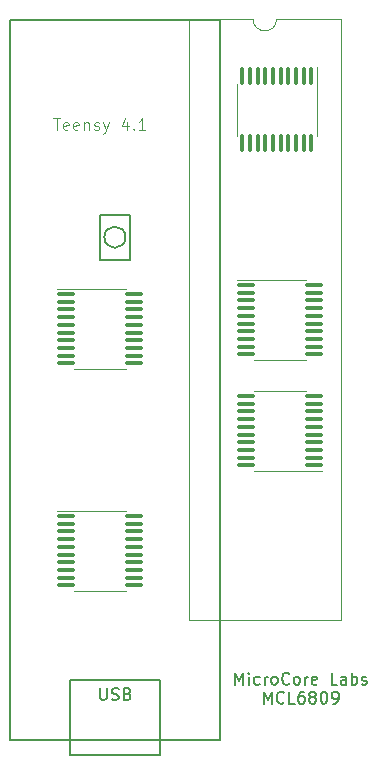
<source format=gto>
G04 #@! TF.GenerationSoftware,KiCad,Pcbnew,(6.0.5)*
G04 #@! TF.CreationDate,2024-06-24T20:21:06-07:00*
G04 #@! TF.ProjectId,MCL6809_PCB,4d434c36-3830-4395-9f50-43422e6b6963,rev?*
G04 #@! TF.SameCoordinates,Original*
G04 #@! TF.FileFunction,Legend,Top*
G04 #@! TF.FilePolarity,Positive*
%FSLAX46Y46*%
G04 Gerber Fmt 4.6, Leading zero omitted, Abs format (unit mm)*
G04 Created by KiCad (PCBNEW (6.0.5)) date 2024-06-24 20:21:06*
%MOMM*%
%LPD*%
G01*
G04 APERTURE LIST*
G04 Aperture macros list*
%AMRoundRect*
0 Rectangle with rounded corners*
0 $1 Rounding radius*
0 $2 $3 $4 $5 $6 $7 $8 $9 X,Y pos of 4 corners*
0 Add a 4 corners polygon primitive as box body*
4,1,4,$2,$3,$4,$5,$6,$7,$8,$9,$2,$3,0*
0 Add four circle primitives for the rounded corners*
1,1,$1+$1,$2,$3*
1,1,$1+$1,$4,$5*
1,1,$1+$1,$6,$7*
1,1,$1+$1,$8,$9*
0 Add four rect primitives between the rounded corners*
20,1,$1+$1,$2,$3,$4,$5,0*
20,1,$1+$1,$4,$5,$6,$7,0*
20,1,$1+$1,$6,$7,$8,$9,0*
20,1,$1+$1,$8,$9,$2,$3,0*%
G04 Aperture macros list end*
%ADD10C,0.150000*%
%ADD11C,0.100000*%
%ADD12C,0.120000*%
%ADD13RoundRect,0.100000X0.637500X0.100000X-0.637500X0.100000X-0.637500X-0.100000X0.637500X-0.100000X0*%
%ADD14R,1.600000X1.600000*%
%ADD15C,1.600000*%
%ADD16RoundRect,0.100000X-0.637500X-0.100000X0.637500X-0.100000X0.637500X0.100000X-0.637500X0.100000X0*%
%ADD17O,1.600000X1.600000*%
%ADD18RoundRect,0.100000X-0.100000X0.637500X-0.100000X-0.637500X0.100000X-0.637500X0.100000X0.637500X0*%
G04 APERTURE END LIST*
D10*
X171490380Y-137823380D02*
X171490380Y-136823380D01*
X171823714Y-137537666D01*
X172157047Y-136823380D01*
X172157047Y-137823380D01*
X172633238Y-137823380D02*
X172633238Y-137156714D01*
X172633238Y-136823380D02*
X172585619Y-136871000D01*
X172633238Y-136918619D01*
X172680857Y-136871000D01*
X172633238Y-136823380D01*
X172633238Y-136918619D01*
X173538000Y-137775761D02*
X173442761Y-137823380D01*
X173252285Y-137823380D01*
X173157047Y-137775761D01*
X173109428Y-137728142D01*
X173061809Y-137632904D01*
X173061809Y-137347190D01*
X173109428Y-137251952D01*
X173157047Y-137204333D01*
X173252285Y-137156714D01*
X173442761Y-137156714D01*
X173538000Y-137204333D01*
X173966571Y-137823380D02*
X173966571Y-137156714D01*
X173966571Y-137347190D02*
X174014190Y-137251952D01*
X174061809Y-137204333D01*
X174157047Y-137156714D01*
X174252285Y-137156714D01*
X174728476Y-137823380D02*
X174633238Y-137775761D01*
X174585619Y-137728142D01*
X174538000Y-137632904D01*
X174538000Y-137347190D01*
X174585619Y-137251952D01*
X174633238Y-137204333D01*
X174728476Y-137156714D01*
X174871333Y-137156714D01*
X174966571Y-137204333D01*
X175014190Y-137251952D01*
X175061809Y-137347190D01*
X175061809Y-137632904D01*
X175014190Y-137728142D01*
X174966571Y-137775761D01*
X174871333Y-137823380D01*
X174728476Y-137823380D01*
X176061809Y-137728142D02*
X176014190Y-137775761D01*
X175871333Y-137823380D01*
X175776095Y-137823380D01*
X175633238Y-137775761D01*
X175538000Y-137680523D01*
X175490380Y-137585285D01*
X175442761Y-137394809D01*
X175442761Y-137251952D01*
X175490380Y-137061476D01*
X175538000Y-136966238D01*
X175633238Y-136871000D01*
X175776095Y-136823380D01*
X175871333Y-136823380D01*
X176014190Y-136871000D01*
X176061809Y-136918619D01*
X176633238Y-137823380D02*
X176538000Y-137775761D01*
X176490380Y-137728142D01*
X176442761Y-137632904D01*
X176442761Y-137347190D01*
X176490380Y-137251952D01*
X176538000Y-137204333D01*
X176633238Y-137156714D01*
X176776095Y-137156714D01*
X176871333Y-137204333D01*
X176918952Y-137251952D01*
X176966571Y-137347190D01*
X176966571Y-137632904D01*
X176918952Y-137728142D01*
X176871333Y-137775761D01*
X176776095Y-137823380D01*
X176633238Y-137823380D01*
X177395142Y-137823380D02*
X177395142Y-137156714D01*
X177395142Y-137347190D02*
X177442761Y-137251952D01*
X177490380Y-137204333D01*
X177585619Y-137156714D01*
X177680857Y-137156714D01*
X178395142Y-137775761D02*
X178299904Y-137823380D01*
X178109428Y-137823380D01*
X178014190Y-137775761D01*
X177966571Y-137680523D01*
X177966571Y-137299571D01*
X178014190Y-137204333D01*
X178109428Y-137156714D01*
X178299904Y-137156714D01*
X178395142Y-137204333D01*
X178442761Y-137299571D01*
X178442761Y-137394809D01*
X177966571Y-137490047D01*
X180109428Y-137823380D02*
X179633238Y-137823380D01*
X179633238Y-136823380D01*
X180871333Y-137823380D02*
X180871333Y-137299571D01*
X180823714Y-137204333D01*
X180728476Y-137156714D01*
X180538000Y-137156714D01*
X180442761Y-137204333D01*
X180871333Y-137775761D02*
X180776095Y-137823380D01*
X180538000Y-137823380D01*
X180442761Y-137775761D01*
X180395142Y-137680523D01*
X180395142Y-137585285D01*
X180442761Y-137490047D01*
X180538000Y-137442428D01*
X180776095Y-137442428D01*
X180871333Y-137394809D01*
X181347523Y-137823380D02*
X181347523Y-136823380D01*
X181347523Y-137204333D02*
X181442761Y-137156714D01*
X181633238Y-137156714D01*
X181728476Y-137204333D01*
X181776095Y-137251952D01*
X181823714Y-137347190D01*
X181823714Y-137632904D01*
X181776095Y-137728142D01*
X181728476Y-137775761D01*
X181633238Y-137823380D01*
X181442761Y-137823380D01*
X181347523Y-137775761D01*
X182204666Y-137775761D02*
X182299904Y-137823380D01*
X182490380Y-137823380D01*
X182585619Y-137775761D01*
X182633238Y-137680523D01*
X182633238Y-137632904D01*
X182585619Y-137537666D01*
X182490380Y-137490047D01*
X182347523Y-137490047D01*
X182252285Y-137442428D01*
X182204666Y-137347190D01*
X182204666Y-137299571D01*
X182252285Y-137204333D01*
X182347523Y-137156714D01*
X182490380Y-137156714D01*
X182585619Y-137204333D01*
X173895142Y-139433380D02*
X173895142Y-138433380D01*
X174228476Y-139147666D01*
X174561809Y-138433380D01*
X174561809Y-139433380D01*
X175609428Y-139338142D02*
X175561809Y-139385761D01*
X175418952Y-139433380D01*
X175323714Y-139433380D01*
X175180857Y-139385761D01*
X175085619Y-139290523D01*
X175038000Y-139195285D01*
X174990380Y-139004809D01*
X174990380Y-138861952D01*
X175038000Y-138671476D01*
X175085619Y-138576238D01*
X175180857Y-138481000D01*
X175323714Y-138433380D01*
X175418952Y-138433380D01*
X175561809Y-138481000D01*
X175609428Y-138528619D01*
X176514190Y-139433380D02*
X176038000Y-139433380D01*
X176038000Y-138433380D01*
X177276095Y-138433380D02*
X177085619Y-138433380D01*
X176990380Y-138481000D01*
X176942761Y-138528619D01*
X176847523Y-138671476D01*
X176799904Y-138861952D01*
X176799904Y-139242904D01*
X176847523Y-139338142D01*
X176895142Y-139385761D01*
X176990380Y-139433380D01*
X177180857Y-139433380D01*
X177276095Y-139385761D01*
X177323714Y-139338142D01*
X177371333Y-139242904D01*
X177371333Y-139004809D01*
X177323714Y-138909571D01*
X177276095Y-138861952D01*
X177180857Y-138814333D01*
X176990380Y-138814333D01*
X176895142Y-138861952D01*
X176847523Y-138909571D01*
X176799904Y-139004809D01*
X177942761Y-138861952D02*
X177847523Y-138814333D01*
X177799904Y-138766714D01*
X177752285Y-138671476D01*
X177752285Y-138623857D01*
X177799904Y-138528619D01*
X177847523Y-138481000D01*
X177942761Y-138433380D01*
X178133238Y-138433380D01*
X178228476Y-138481000D01*
X178276095Y-138528619D01*
X178323714Y-138623857D01*
X178323714Y-138671476D01*
X178276095Y-138766714D01*
X178228476Y-138814333D01*
X178133238Y-138861952D01*
X177942761Y-138861952D01*
X177847523Y-138909571D01*
X177799904Y-138957190D01*
X177752285Y-139052428D01*
X177752285Y-139242904D01*
X177799904Y-139338142D01*
X177847523Y-139385761D01*
X177942761Y-139433380D01*
X178133238Y-139433380D01*
X178228476Y-139385761D01*
X178276095Y-139338142D01*
X178323714Y-139242904D01*
X178323714Y-139052428D01*
X178276095Y-138957190D01*
X178228476Y-138909571D01*
X178133238Y-138861952D01*
X178942761Y-138433380D02*
X179038000Y-138433380D01*
X179133238Y-138481000D01*
X179180857Y-138528619D01*
X179228476Y-138623857D01*
X179276095Y-138814333D01*
X179276095Y-139052428D01*
X179228476Y-139242904D01*
X179180857Y-139338142D01*
X179133238Y-139385761D01*
X179038000Y-139433380D01*
X178942761Y-139433380D01*
X178847523Y-139385761D01*
X178799904Y-139338142D01*
X178752285Y-139242904D01*
X178704666Y-139052428D01*
X178704666Y-138814333D01*
X178752285Y-138623857D01*
X178799904Y-138528619D01*
X178847523Y-138481000D01*
X178942761Y-138433380D01*
X179752285Y-139433380D02*
X179942761Y-139433380D01*
X180038000Y-139385761D01*
X180085619Y-139338142D01*
X180180857Y-139195285D01*
X180228476Y-139004809D01*
X180228476Y-138623857D01*
X180180857Y-138528619D01*
X180133238Y-138481000D01*
X180038000Y-138433380D01*
X179847523Y-138433380D01*
X179752285Y-138481000D01*
X179704666Y-138528619D01*
X179657047Y-138623857D01*
X179657047Y-138861952D01*
X179704666Y-138957190D01*
X179752285Y-139004809D01*
X179847523Y-139052428D01*
X180038000Y-139052428D01*
X180133238Y-139004809D01*
X180180857Y-138957190D01*
X180228476Y-138861952D01*
D11*
X156067619Y-89876380D02*
X156639047Y-89876380D01*
X156353333Y-90876380D02*
X156353333Y-89876380D01*
X157353333Y-90828761D02*
X157258095Y-90876380D01*
X157067619Y-90876380D01*
X156972380Y-90828761D01*
X156924761Y-90733523D01*
X156924761Y-90352571D01*
X156972380Y-90257333D01*
X157067619Y-90209714D01*
X157258095Y-90209714D01*
X157353333Y-90257333D01*
X157400952Y-90352571D01*
X157400952Y-90447809D01*
X156924761Y-90543047D01*
X158210476Y-90828761D02*
X158115238Y-90876380D01*
X157924761Y-90876380D01*
X157829523Y-90828761D01*
X157781904Y-90733523D01*
X157781904Y-90352571D01*
X157829523Y-90257333D01*
X157924761Y-90209714D01*
X158115238Y-90209714D01*
X158210476Y-90257333D01*
X158258095Y-90352571D01*
X158258095Y-90447809D01*
X157781904Y-90543047D01*
X158686666Y-90209714D02*
X158686666Y-90876380D01*
X158686666Y-90304952D02*
X158734285Y-90257333D01*
X158829523Y-90209714D01*
X158972380Y-90209714D01*
X159067619Y-90257333D01*
X159115238Y-90352571D01*
X159115238Y-90876380D01*
X159543809Y-90828761D02*
X159639047Y-90876380D01*
X159829523Y-90876380D01*
X159924761Y-90828761D01*
X159972380Y-90733523D01*
X159972380Y-90685904D01*
X159924761Y-90590666D01*
X159829523Y-90543047D01*
X159686666Y-90543047D01*
X159591428Y-90495428D01*
X159543809Y-90400190D01*
X159543809Y-90352571D01*
X159591428Y-90257333D01*
X159686666Y-90209714D01*
X159829523Y-90209714D01*
X159924761Y-90257333D01*
X160305714Y-90209714D02*
X160543809Y-90876380D01*
X160781904Y-90209714D02*
X160543809Y-90876380D01*
X160448571Y-91114476D01*
X160400952Y-91162095D01*
X160305714Y-91209714D01*
X162353333Y-90209714D02*
X162353333Y-90876380D01*
X162115238Y-89828761D02*
X161877142Y-90543047D01*
X162496190Y-90543047D01*
X162877142Y-90781142D02*
X162924761Y-90828761D01*
X162877142Y-90876380D01*
X162829523Y-90828761D01*
X162877142Y-90781142D01*
X162877142Y-90876380D01*
X163877142Y-90876380D02*
X163305714Y-90876380D01*
X163591428Y-90876380D02*
X163591428Y-89876380D01*
X163496190Y-90019238D01*
X163400952Y-90114476D01*
X163305714Y-90162095D01*
D10*
X160028095Y-138136380D02*
X160028095Y-138945904D01*
X160075714Y-139041142D01*
X160123333Y-139088761D01*
X160218571Y-139136380D01*
X160409047Y-139136380D01*
X160504285Y-139088761D01*
X160551904Y-139041142D01*
X160599523Y-138945904D01*
X160599523Y-138136380D01*
X161028095Y-139088761D02*
X161170952Y-139136380D01*
X161409047Y-139136380D01*
X161504285Y-139088761D01*
X161551904Y-139041142D01*
X161599523Y-138945904D01*
X161599523Y-138850666D01*
X161551904Y-138755428D01*
X161504285Y-138707809D01*
X161409047Y-138660190D01*
X161218571Y-138612571D01*
X161123333Y-138564952D01*
X161075714Y-138517333D01*
X161028095Y-138422095D01*
X161028095Y-138326857D01*
X161075714Y-138231619D01*
X161123333Y-138184000D01*
X161218571Y-138136380D01*
X161456666Y-138136380D01*
X161599523Y-138184000D01*
X162361428Y-138612571D02*
X162504285Y-138660190D01*
X162551904Y-138707809D01*
X162599523Y-138803047D01*
X162599523Y-138945904D01*
X162551904Y-139041142D01*
X162504285Y-139088761D01*
X162409047Y-139136380D01*
X162028095Y-139136380D01*
X162028095Y-138136380D01*
X162361428Y-138136380D01*
X162456666Y-138184000D01*
X162504285Y-138231619D01*
X162551904Y-138326857D01*
X162551904Y-138422095D01*
X162504285Y-138517333D01*
X162456666Y-138564952D01*
X162361428Y-138612571D01*
X162028095Y-138612571D01*
D12*
X175260000Y-112947000D02*
X173060000Y-112947000D01*
X175260000Y-112947000D02*
X177460000Y-112947000D01*
X175260000Y-119717000D02*
X173060000Y-119717000D01*
X175260000Y-119717000D02*
X178860000Y-119717000D01*
D10*
X170180000Y-142494000D02*
X152400000Y-142494000D01*
X170180000Y-81534000D02*
X170180000Y-142494000D01*
X165100000Y-137414000D02*
X157480000Y-137414000D01*
X152400000Y-142494000D02*
X152400000Y-81534000D01*
X157480000Y-143764000D02*
X157480000Y-142494000D01*
X162560000Y-98044000D02*
X162560000Y-101854000D01*
X165100000Y-137414000D02*
X165100000Y-142494000D01*
X165100000Y-142494000D02*
X165100000Y-143764000D01*
X152400000Y-81534000D02*
X170180000Y-81534000D01*
X157480000Y-137414000D02*
X157480000Y-142494000D01*
X162560000Y-101854000D02*
X160020000Y-101854000D01*
X160020000Y-98044000D02*
X162560000Y-98044000D01*
X160020000Y-101854000D02*
X160020000Y-98044000D01*
X165100000Y-143764000D02*
X157480000Y-143764000D01*
X162188026Y-99949000D02*
G75*
G03*
X162188026Y-99949000I-898026J0D01*
G01*
D12*
X160020000Y-123107000D02*
X156420000Y-123107000D01*
X160020000Y-129877000D02*
X162220000Y-129877000D01*
X160020000Y-123107000D02*
X162220000Y-123107000D01*
X160020000Y-129877000D02*
X157820000Y-129877000D01*
X180450000Y-132394000D02*
X180450000Y-81474000D01*
X167530000Y-81474000D02*
X167530000Y-132394000D01*
X180450000Y-81474000D02*
X174990000Y-81474000D01*
X167530000Y-132394000D02*
X180450000Y-132394000D01*
X172990000Y-81474000D02*
X167530000Y-81474000D01*
X172990000Y-81474000D02*
G75*
G03*
X174990000Y-81474000I1000000J0D01*
G01*
X171621000Y-89154000D02*
X171621000Y-91354000D01*
X178391000Y-89154000D02*
X178391000Y-91354000D01*
X178391000Y-89154000D02*
X178391000Y-85554000D01*
X171621000Y-89154000D02*
X171621000Y-86954000D01*
X175260000Y-103549000D02*
X171660000Y-103549000D01*
X175260000Y-110319000D02*
X177460000Y-110319000D01*
X175260000Y-103549000D02*
X177460000Y-103549000D01*
X175260000Y-110319000D02*
X173060000Y-110319000D01*
X160020000Y-104311000D02*
X156420000Y-104311000D01*
X160020000Y-104311000D02*
X162220000Y-104311000D01*
X160020000Y-111081000D02*
X157820000Y-111081000D01*
X160020000Y-111081000D02*
X162220000Y-111081000D01*
%LPC*%
D13*
X178122500Y-119257000D03*
X178122500Y-118607000D03*
X178122500Y-117957000D03*
X178122500Y-117307000D03*
X178122500Y-116657000D03*
X178122500Y-116007000D03*
X178122500Y-115357000D03*
X178122500Y-114707000D03*
X178122500Y-114057000D03*
X178122500Y-113407000D03*
X172397500Y-113407000D03*
X172397500Y-114057000D03*
X172397500Y-114707000D03*
X172397500Y-115357000D03*
X172397500Y-116007000D03*
X172397500Y-116657000D03*
X172397500Y-117307000D03*
X172397500Y-117957000D03*
X172397500Y-118607000D03*
X172397500Y-119257000D03*
D14*
X168910000Y-141224000D03*
D15*
X168910000Y-138684000D03*
X168910000Y-136144000D03*
X168910000Y-133604000D03*
X168910000Y-131064000D03*
X168910000Y-128524000D03*
X168910000Y-125984000D03*
X168910000Y-123444000D03*
X168910000Y-120904000D03*
X168910000Y-118364000D03*
X168910000Y-115824000D03*
X168910000Y-113284000D03*
X168910000Y-110744000D03*
X168910000Y-108204000D03*
X168910000Y-105664000D03*
X168910000Y-103124000D03*
X168910000Y-100584000D03*
X168910000Y-98044000D03*
X168910000Y-95504000D03*
X168910000Y-92964000D03*
X168910000Y-90424000D03*
X168910000Y-87884000D03*
X168910000Y-85344000D03*
X168910000Y-82804000D03*
X153670000Y-82804000D03*
X153670000Y-85344000D03*
X153670000Y-87884000D03*
X153670000Y-90424000D03*
X153670000Y-92964000D03*
X153670000Y-95504000D03*
X153670000Y-98044000D03*
X153670000Y-100584000D03*
X153670000Y-103124000D03*
X153670000Y-105664000D03*
X153670000Y-108204000D03*
X153670000Y-110744000D03*
X153670000Y-113284000D03*
X153670000Y-115824000D03*
X153670000Y-118364000D03*
X153670000Y-120904000D03*
X153670000Y-123444000D03*
X153670000Y-125984000D03*
X153670000Y-128524000D03*
X153670000Y-131064000D03*
X153670000Y-133604000D03*
X153670000Y-136144000D03*
X153670000Y-138684000D03*
X153670000Y-141224000D03*
D16*
X157157500Y-123567000D03*
X157157500Y-124217000D03*
X157157500Y-124867000D03*
X157157500Y-125517000D03*
X157157500Y-126167000D03*
X157157500Y-126817000D03*
X157157500Y-127467000D03*
X157157500Y-128117000D03*
X157157500Y-128767000D03*
X157157500Y-129417000D03*
X162882500Y-129417000D03*
X162882500Y-128767000D03*
X162882500Y-128117000D03*
X162882500Y-127467000D03*
X162882500Y-126817000D03*
X162882500Y-126167000D03*
X162882500Y-125517000D03*
X162882500Y-124867000D03*
X162882500Y-124217000D03*
X162882500Y-123567000D03*
D14*
X166370000Y-82804000D03*
D17*
X166370000Y-85344000D03*
X166370000Y-87884000D03*
X166370000Y-90424000D03*
X166370000Y-92964000D03*
X166370000Y-95504000D03*
X166370000Y-98044000D03*
X166370000Y-100584000D03*
X166370000Y-103124000D03*
X166370000Y-105664000D03*
X166370000Y-108204000D03*
X166370000Y-110744000D03*
X166370000Y-113284000D03*
X166370000Y-115824000D03*
X166370000Y-118364000D03*
X166370000Y-120904000D03*
X166370000Y-123444000D03*
X166370000Y-125984000D03*
X166370000Y-128524000D03*
X166370000Y-131064000D03*
X181610000Y-131064000D03*
X181610000Y-128524000D03*
X181610000Y-125984000D03*
X181610000Y-123444000D03*
X181610000Y-120904000D03*
X181610000Y-118364000D03*
X181610000Y-115824000D03*
X181610000Y-113284000D03*
X181610000Y-110744000D03*
X181610000Y-108204000D03*
X181610000Y-105664000D03*
X181610000Y-103124000D03*
X181610000Y-100584000D03*
X181610000Y-98044000D03*
X181610000Y-95504000D03*
X181610000Y-92964000D03*
X181610000Y-90424000D03*
X181610000Y-87884000D03*
X181610000Y-85344000D03*
X181610000Y-82804000D03*
D18*
X177931000Y-86291500D03*
X177281000Y-86291500D03*
X176631000Y-86291500D03*
X175981000Y-86291500D03*
X175331000Y-86291500D03*
X174681000Y-86291500D03*
X174031000Y-86291500D03*
X173381000Y-86291500D03*
X172731000Y-86291500D03*
X172081000Y-86291500D03*
X172081000Y-92016500D03*
X172731000Y-92016500D03*
X173381000Y-92016500D03*
X174031000Y-92016500D03*
X174681000Y-92016500D03*
X175331000Y-92016500D03*
X175981000Y-92016500D03*
X176631000Y-92016500D03*
X177281000Y-92016500D03*
X177931000Y-92016500D03*
D16*
X172397500Y-104009000D03*
X172397500Y-104659000D03*
X172397500Y-105309000D03*
X172397500Y-105959000D03*
X172397500Y-106609000D03*
X172397500Y-107259000D03*
X172397500Y-107909000D03*
X172397500Y-108559000D03*
X172397500Y-109209000D03*
X172397500Y-109859000D03*
X178122500Y-109859000D03*
X178122500Y-109209000D03*
X178122500Y-108559000D03*
X178122500Y-107909000D03*
X178122500Y-107259000D03*
X178122500Y-106609000D03*
X178122500Y-105959000D03*
X178122500Y-105309000D03*
X178122500Y-104659000D03*
X178122500Y-104009000D03*
X157157500Y-104771000D03*
X157157500Y-105421000D03*
X157157500Y-106071000D03*
X157157500Y-106721000D03*
X157157500Y-107371000D03*
X157157500Y-108021000D03*
X157157500Y-108671000D03*
X157157500Y-109321000D03*
X157157500Y-109971000D03*
X157157500Y-110621000D03*
X162882500Y-110621000D03*
X162882500Y-109971000D03*
X162882500Y-109321000D03*
X162882500Y-108671000D03*
X162882500Y-108021000D03*
X162882500Y-107371000D03*
X162882500Y-106721000D03*
X162882500Y-106071000D03*
X162882500Y-105421000D03*
X162882500Y-104771000D03*
M02*

</source>
